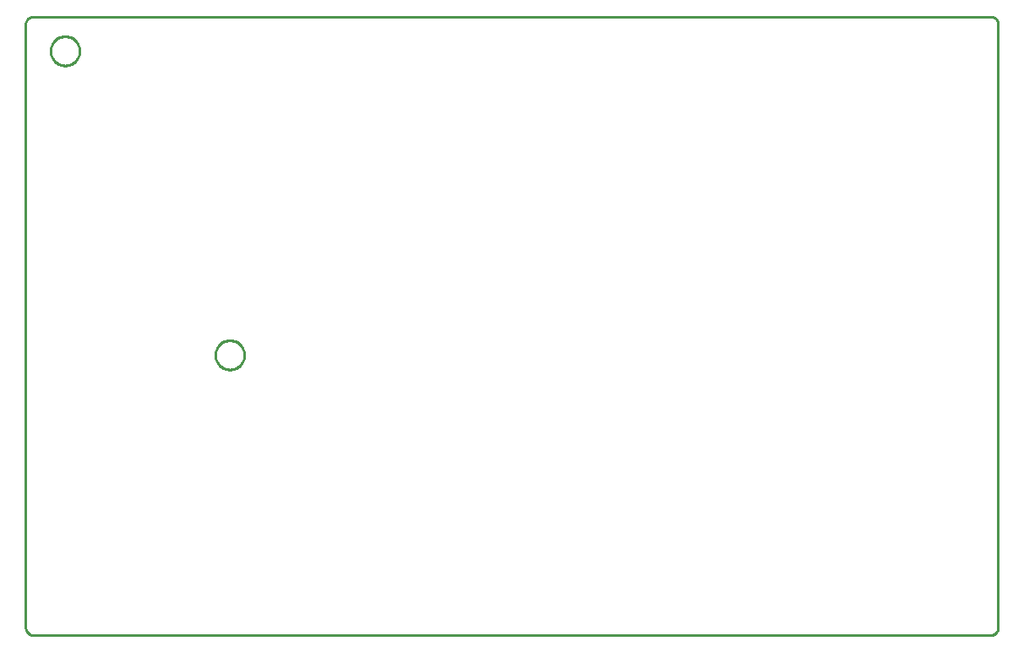
<source format=gbr>
G04 EAGLE Gerber RS-274X export*
G75*
%MOMM*%
%FSLAX34Y34*%
%LPD*%
%IN*%
%IPPOS*%
%AMOC8*
5,1,8,0,0,1.08239X$1,22.5*%
G01*
%ADD10C,0.254000*%


D10*
X0Y187706D02*
X18Y187030D01*
X96Y186359D01*
X231Y185697D01*
X424Y185049D01*
X672Y184420D01*
X974Y183816D01*
X1328Y183240D01*
X1731Y182697D01*
X2179Y182191D01*
X2670Y181726D01*
X3199Y181306D01*
X3764Y180933D01*
X4358Y180612D01*
X4978Y180343D01*
X5619Y180129D01*
X6277Y179972D01*
X6945Y179873D01*
X7620Y179832D01*
X966978Y180086D01*
X967642Y180115D01*
X968301Y180202D01*
X968950Y180346D01*
X969584Y180546D01*
X970198Y180800D01*
X970788Y181107D01*
X971349Y181464D01*
X971876Y181869D01*
X972366Y182318D01*
X972815Y182808D01*
X973220Y183335D01*
X973577Y183896D01*
X973884Y184486D01*
X974138Y185100D01*
X974338Y185734D01*
X974482Y186383D01*
X974569Y187042D01*
X974598Y187706D01*
X974598Y792226D01*
X974569Y792890D01*
X974482Y793549D01*
X974338Y794198D01*
X974138Y794832D01*
X973884Y795446D01*
X973577Y796036D01*
X973220Y796597D01*
X972815Y797124D01*
X972366Y797614D01*
X971876Y798063D01*
X971349Y798468D01*
X970788Y798825D01*
X970198Y799132D01*
X969584Y799386D01*
X968950Y799586D01*
X968301Y799730D01*
X967642Y799817D01*
X966978Y799846D01*
X7620Y799846D01*
X6956Y799817D01*
X6297Y799730D01*
X5648Y799586D01*
X5014Y799386D01*
X4400Y799132D01*
X3810Y798825D01*
X3249Y798468D01*
X2722Y798063D01*
X2232Y797614D01*
X1783Y797124D01*
X1378Y796597D01*
X1021Y796036D01*
X714Y795446D01*
X460Y794832D01*
X260Y794198D01*
X116Y793549D01*
X29Y792890D01*
X0Y792226D01*
X0Y187706D01*
X219202Y460234D02*
X219128Y459194D01*
X218979Y458161D01*
X218757Y457142D01*
X218463Y456141D01*
X218099Y455163D01*
X217666Y454214D01*
X217166Y453299D01*
X216602Y452421D01*
X215976Y451586D01*
X215293Y450798D01*
X214555Y450060D01*
X213767Y449377D01*
X212932Y448752D01*
X212054Y448187D01*
X211139Y447688D01*
X210190Y447254D01*
X209212Y446890D01*
X208211Y446596D01*
X207192Y446374D01*
X206159Y446225D01*
X205119Y446151D01*
X204075Y446151D01*
X203035Y446225D01*
X202002Y446374D01*
X200983Y446596D01*
X199982Y446890D01*
X199004Y447254D01*
X198055Y447688D01*
X197140Y448187D01*
X196262Y448752D01*
X195427Y449377D01*
X194639Y450060D01*
X193901Y450798D01*
X193218Y451586D01*
X192593Y452421D01*
X192028Y453299D01*
X191529Y454214D01*
X191095Y455163D01*
X190731Y456141D01*
X190437Y457142D01*
X190215Y458161D01*
X190066Y459194D01*
X189992Y460234D01*
X189992Y461278D01*
X190066Y462318D01*
X190215Y463351D01*
X190437Y464370D01*
X190731Y465371D01*
X191095Y466349D01*
X191529Y467298D01*
X192028Y468213D01*
X192593Y469091D01*
X193218Y469926D01*
X193901Y470714D01*
X194639Y471452D01*
X195427Y472135D01*
X196262Y472761D01*
X197140Y473325D01*
X198055Y473825D01*
X199004Y474258D01*
X199982Y474622D01*
X200983Y474916D01*
X202002Y475138D01*
X203035Y475287D01*
X204075Y475361D01*
X205119Y475361D01*
X206159Y475287D01*
X207192Y475138D01*
X208211Y474916D01*
X209212Y474622D01*
X210190Y474258D01*
X211139Y473825D01*
X212054Y473325D01*
X212932Y472761D01*
X213767Y472135D01*
X214555Y471452D01*
X215293Y470714D01*
X215976Y469926D01*
X216602Y469091D01*
X217166Y468213D01*
X217666Y467298D01*
X218099Y466349D01*
X218463Y465371D01*
X218757Y464370D01*
X218979Y463351D01*
X219128Y462318D01*
X219202Y461278D01*
X219202Y460234D01*
X54102Y765034D02*
X54028Y763994D01*
X53879Y762961D01*
X53657Y761942D01*
X53363Y760941D01*
X52999Y759963D01*
X52566Y759014D01*
X52066Y758099D01*
X51502Y757221D01*
X50876Y756386D01*
X50193Y755598D01*
X49455Y754860D01*
X48667Y754177D01*
X47832Y753552D01*
X46954Y752987D01*
X46039Y752488D01*
X45090Y752054D01*
X44112Y751690D01*
X43111Y751396D01*
X42092Y751174D01*
X41059Y751025D01*
X40019Y750951D01*
X38975Y750951D01*
X37935Y751025D01*
X36902Y751174D01*
X35883Y751396D01*
X34882Y751690D01*
X33904Y752054D01*
X32955Y752488D01*
X32040Y752987D01*
X31162Y753552D01*
X30327Y754177D01*
X29539Y754860D01*
X28801Y755598D01*
X28118Y756386D01*
X27493Y757221D01*
X26928Y758099D01*
X26429Y759014D01*
X25995Y759963D01*
X25631Y760941D01*
X25337Y761942D01*
X25115Y762961D01*
X24966Y763994D01*
X24892Y765034D01*
X24892Y766078D01*
X24966Y767118D01*
X25115Y768151D01*
X25337Y769170D01*
X25631Y770171D01*
X25995Y771149D01*
X26429Y772098D01*
X26928Y773013D01*
X27493Y773891D01*
X28118Y774726D01*
X28801Y775514D01*
X29539Y776252D01*
X30327Y776935D01*
X31162Y777561D01*
X32040Y778125D01*
X32955Y778625D01*
X33904Y779058D01*
X34882Y779422D01*
X35883Y779716D01*
X36902Y779938D01*
X37935Y780087D01*
X38975Y780161D01*
X40019Y780161D01*
X41059Y780087D01*
X42092Y779938D01*
X43111Y779716D01*
X44112Y779422D01*
X45090Y779058D01*
X46039Y778625D01*
X46954Y778125D01*
X47832Y777561D01*
X48667Y776935D01*
X49455Y776252D01*
X50193Y775514D01*
X50876Y774726D01*
X51502Y773891D01*
X52066Y773013D01*
X52566Y772098D01*
X52999Y771149D01*
X53363Y770171D01*
X53657Y769170D01*
X53879Y768151D01*
X54028Y767118D01*
X54102Y766078D01*
X54102Y765034D01*
M02*

</source>
